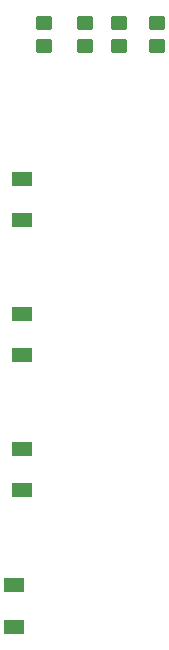
<source format=gbr>
%TF.GenerationSoftware,KiCad,Pcbnew,6.0.6*%
%TF.CreationDate,2022-09-30T13:38:31-04:00*%
%TF.ProjectId,hvac-r,68766163-2d72-42e6-9b69-6361645f7063,rev?*%
%TF.SameCoordinates,Original*%
%TF.FileFunction,Paste,Bot*%
%TF.FilePolarity,Positive*%
%FSLAX46Y46*%
G04 Gerber Fmt 4.6, Leading zero omitted, Abs format (unit mm)*
G04 Created by KiCad (PCBNEW 6.0.6) date 2022-09-30 13:38:31*
%MOMM*%
%LPD*%
G01*
G04 APERTURE LIST*
G04 Aperture macros list*
%AMRoundRect*
0 Rectangle with rounded corners*
0 $1 Rounding radius*
0 $2 $3 $4 $5 $6 $7 $8 $9 X,Y pos of 4 corners*
0 Add a 4 corners polygon primitive as box body*
4,1,4,$2,$3,$4,$5,$6,$7,$8,$9,$2,$3,0*
0 Add four circle primitives for the rounded corners*
1,1,$1+$1,$2,$3*
1,1,$1+$1,$4,$5*
1,1,$1+$1,$6,$7*
1,1,$1+$1,$8,$9*
0 Add four rect primitives between the rounded corners*
20,1,$1+$1,$2,$3,$4,$5,0*
20,1,$1+$1,$4,$5,$6,$7,0*
20,1,$1+$1,$6,$7,$8,$9,0*
20,1,$1+$1,$8,$9,$2,$3,0*%
G04 Aperture macros list end*
%ADD10R,1.700000X1.300000*%
%ADD11RoundRect,0.250000X0.450000X-0.350000X0.450000X0.350000X-0.450000X0.350000X-0.450000X-0.350000X0*%
G04 APERTURE END LIST*
D10*
%TO.C,D10*%
X109855000Y-113665000D03*
X109855000Y-110165000D03*
%TD*%
%TO.C,D9*%
X110490000Y-102080000D03*
X110490000Y-98580000D03*
%TD*%
%TO.C,D8*%
X110490000Y-90650000D03*
X110490000Y-87150000D03*
%TD*%
%TO.C,D7*%
X110490000Y-79220000D03*
X110490000Y-75720000D03*
%TD*%
D11*
%TO.C,R8*%
X121920000Y-64500000D03*
X121920000Y-62500000D03*
%TD*%
%TO.C,R6*%
X118745000Y-64500000D03*
X118745000Y-62500000D03*
%TD*%
%TO.C,R4*%
X115840000Y-64500000D03*
X115840000Y-62500000D03*
%TD*%
%TO.C,R2*%
X112395000Y-64500000D03*
X112395000Y-62500000D03*
%TD*%
M02*

</source>
